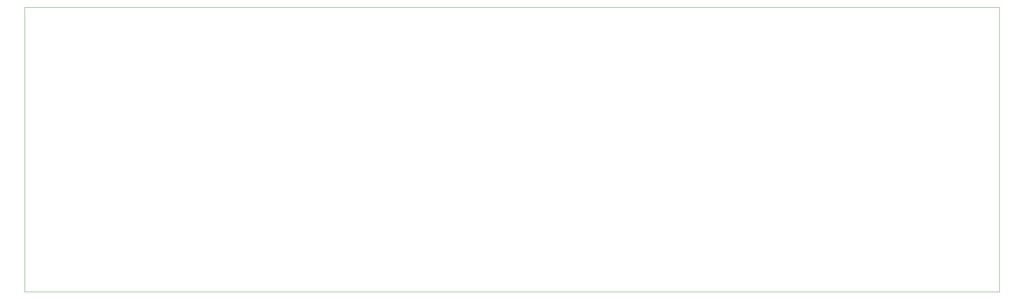
<source format=gm1>
G04 #@! TF.GenerationSoftware,KiCad,Pcbnew,6.0.8+dfsg-1~bpo11+1*
G04 #@! TF.CreationDate,2023-06-19T09:59:53-04:00*
G04 #@! TF.ProjectId,08_padded_interleaved_loose,30385f70-6164-4646-9564-5f696e746572,rev?*
G04 #@! TF.SameCoordinates,Original*
G04 #@! TF.FileFunction,Profile,NP*
%FSLAX46Y46*%
G04 Gerber Fmt 4.6, Leading zero omitted, Abs format (unit mm)*
G04 Created by KiCad (PCBNEW 6.0.8+dfsg-1~bpo11+1) date 2023-06-19 09:59:53*
%MOMM*%
%LPD*%
G01*
G04 APERTURE LIST*
G04 #@! TA.AperFunction,Profile*
%ADD10C,0.100000*%
G04 #@! TD*
G04 APERTURE END LIST*
D10*
X42175000Y-47000000D02*
X270050000Y-47000000D01*
X270050000Y-47000000D02*
X270050000Y-113550000D01*
X270050000Y-113550000D02*
X42175000Y-113550000D01*
X42175000Y-113550000D02*
X42175000Y-47000000D01*
M02*

</source>
